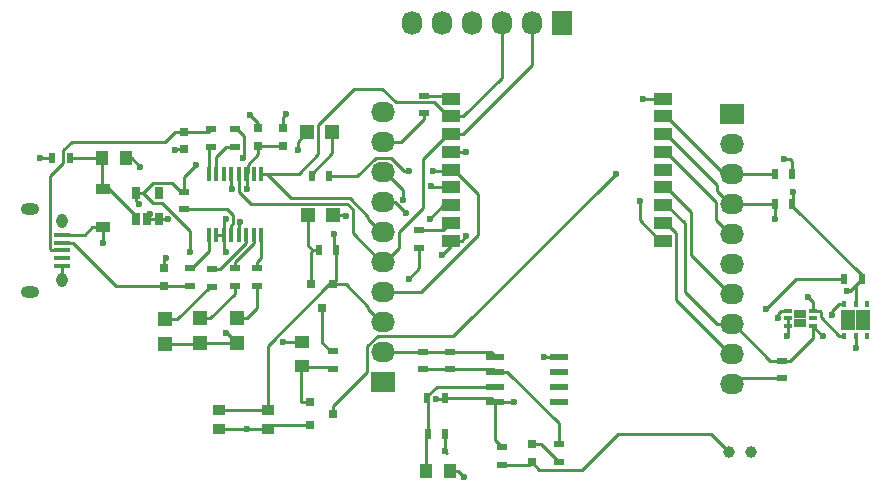
<source format=gbr>
G04 #@! TF.FileFunction,Copper,L1,Top,Signal*
%FSLAX46Y46*%
G04 Gerber Fmt 4.6, Leading zero omitted, Abs format (unit mm)*
G04 Created by KiCad (PCBNEW 4.0.2-4+6225~38~ubuntu15.10.1-stable) date Thu 31 Mar 2016 01:19:07 PM CDT*
%MOMM*%
G01*
G04 APERTURE LIST*
%ADD10C,0.100000*%
%ADD11R,1.500000X1.000000*%
%ADD12R,2.032000X1.727200*%
%ADD13O,2.032000X1.727200*%
%ADD14R,1.220000X0.910000*%
%ADD15R,0.650000X1.060000*%
%ADD16R,1.350000X0.400000*%
%ADD17O,0.950000X1.250000*%
%ADD18O,1.550000X1.000000*%
%ADD19R,0.900000X0.500000*%
%ADD20R,0.750000X0.800000*%
%ADD21R,1.198880X1.198880*%
%ADD22R,1.727200X2.032000*%
%ADD23O,1.727200X2.032000*%
%ADD24R,0.800100X0.800100*%
%ADD25R,0.500000X0.900000*%
%ADD26R,1.000000X0.900000*%
%ADD27R,1.550000X0.600000*%
%ADD28C,1.000000*%
%ADD29R,0.400000X1.200000*%
%ADD30R,0.650000X0.350000*%
%ADD31R,1.000000X0.800000*%
%ADD32R,0.450000X0.630000*%
%ADD33R,1.300000X0.850000*%
%ADD34R,1.250000X1.000000*%
%ADD35R,1.000000X1.250000*%
%ADD36C,0.600000*%
%ADD37C,0.250000*%
G04 APERTURE END LIST*
D10*
D11*
X159275000Y-65650000D03*
X159275000Y-67150000D03*
X159275000Y-68650000D03*
X159275000Y-64150000D03*
X159275000Y-62650000D03*
X159275000Y-61150000D03*
X159275000Y-56650000D03*
X159275000Y-58150000D03*
X159275000Y-59650000D03*
X177275000Y-59650000D03*
X177275000Y-58150000D03*
X177275000Y-56650000D03*
X177275000Y-61150000D03*
X177275000Y-62650000D03*
X177275000Y-64150000D03*
X177275000Y-68650000D03*
X177275000Y-67150000D03*
X177275000Y-65650000D03*
D12*
X153550000Y-80610000D03*
D13*
X153550000Y-78070000D03*
X153550000Y-75530000D03*
X153550000Y-72990000D03*
X153550000Y-70450000D03*
X153550000Y-67910000D03*
X153550000Y-65370000D03*
X153550000Y-62830000D03*
X153550000Y-60290000D03*
X153550000Y-57750000D03*
D14*
X129794000Y-64262000D03*
X129794000Y-67532000D03*
D15*
X132636000Y-66809000D03*
X133586000Y-66809000D03*
X134536000Y-66809000D03*
X134536000Y-64609000D03*
X132636000Y-64609000D03*
D16*
X126380000Y-68170000D03*
X126380000Y-68820000D03*
X126380000Y-69470000D03*
X126380000Y-70120000D03*
X126380000Y-70770000D03*
D17*
X126380000Y-66970000D03*
X126380000Y-71970000D03*
D18*
X123680000Y-65970000D03*
X123680000Y-72970000D03*
D19*
X156880000Y-78060000D03*
X156880000Y-79560000D03*
D20*
X166116000Y-85900000D03*
X166116000Y-87400000D03*
X135007390Y-72475558D03*
X135007390Y-70975558D03*
X136652000Y-59436000D03*
X136652000Y-60936000D03*
D21*
X149323040Y-66450000D03*
X147225000Y-66450000D03*
X138075000Y-77349020D03*
X138075000Y-75250980D03*
X135050000Y-77423040D03*
X135050000Y-75325000D03*
X147126960Y-59450000D03*
X149225000Y-59450000D03*
X141175000Y-77323040D03*
X141175000Y-75225000D03*
D19*
X136652000Y-64516000D03*
X136652000Y-66016000D03*
D22*
X168650000Y-50250000D03*
D23*
X166110000Y-50250000D03*
X163570000Y-50250000D03*
X161030000Y-50250000D03*
X158490000Y-50250000D03*
X155950000Y-50250000D03*
D12*
X183100000Y-57975000D03*
D13*
X183100000Y-60515000D03*
X183100000Y-63055000D03*
X183100000Y-65595000D03*
X183100000Y-68135000D03*
X183100000Y-70675000D03*
X183100000Y-73215000D03*
X183100000Y-75755000D03*
X183100000Y-78295000D03*
X183100000Y-80835000D03*
D24*
X147335240Y-82362000D03*
X147335240Y-84262000D03*
X149334220Y-83312000D03*
X149325000Y-72350000D03*
X147425000Y-72350000D03*
X148375000Y-74348980D03*
D25*
X148075000Y-69475000D03*
X149575000Y-69475000D03*
D19*
X137157390Y-70975558D03*
X137157390Y-72475558D03*
D25*
X127050000Y-61700000D03*
X125550000Y-61700000D03*
D19*
X138938000Y-60706000D03*
X138938000Y-59206000D03*
D25*
X194056000Y-71882000D03*
X192556000Y-71882000D03*
D19*
X149280000Y-77990000D03*
X149280000Y-79490000D03*
X159190000Y-79560000D03*
X159190000Y-78060000D03*
D25*
X147500000Y-63200000D03*
X149000000Y-63200000D03*
X157320000Y-85000000D03*
X158820000Y-85000000D03*
D19*
X168402000Y-87400000D03*
X168402000Y-85900000D03*
X163576000Y-86154000D03*
X163576000Y-87654000D03*
D25*
X158790000Y-82000000D03*
X157290000Y-82000000D03*
X186690000Y-62992000D03*
X188190000Y-62992000D03*
D19*
X141007390Y-72475558D03*
X141007390Y-70975558D03*
X139057390Y-72575558D03*
X139057390Y-71075558D03*
X140970000Y-59206000D03*
X140970000Y-60706000D03*
X142907390Y-72475558D03*
X142907390Y-70975558D03*
D25*
X186690000Y-65532000D03*
X188190000Y-65532000D03*
D19*
X187325000Y-78825000D03*
X187325000Y-80325000D03*
D26*
X139660000Y-82970000D03*
X139660000Y-84570000D03*
X143760000Y-82970000D03*
X143760000Y-84570000D03*
D27*
X163002000Y-78486000D03*
X163002000Y-79756000D03*
X163002000Y-81026000D03*
X163002000Y-82296000D03*
X168402000Y-82296000D03*
X168402000Y-81026000D03*
X168402000Y-79756000D03*
X168402000Y-78486000D03*
D28*
X184700000Y-86550000D03*
X182800000Y-86550000D03*
D29*
X143225000Y-63025000D03*
X142590000Y-63025000D03*
X141955000Y-63025000D03*
X141320000Y-63025000D03*
X140685000Y-63025000D03*
X140050000Y-63025000D03*
X139415000Y-63025000D03*
X138780000Y-63025000D03*
X138780000Y-68225000D03*
X139415000Y-68225000D03*
X140050000Y-68225000D03*
X140685000Y-68225000D03*
X141320000Y-68225000D03*
X141955000Y-68225000D03*
X142590000Y-68225000D03*
X143225000Y-68225000D03*
D30*
X187825000Y-74600000D03*
X187825000Y-75250000D03*
X187825000Y-75900000D03*
X189925000Y-75900000D03*
X189925000Y-75250000D03*
X189925000Y-74600000D03*
D31*
X188875000Y-75650000D03*
X188875000Y-74850000D03*
D32*
X192598000Y-76695000D03*
X193548000Y-76695000D03*
X194498000Y-76695000D03*
X194498000Y-74015000D03*
X193548000Y-74015000D03*
X192598000Y-74015000D03*
D33*
X194198000Y-74930000D03*
X192898000Y-74930000D03*
X194198000Y-75780000D03*
X192898000Y-75780000D03*
D19*
X156575000Y-69300000D03*
X156575000Y-67800000D03*
X156972000Y-57888000D03*
X156972000Y-56388000D03*
D34*
X146650000Y-79250000D03*
X146650000Y-77250000D03*
D35*
X129750000Y-61650000D03*
X131750000Y-61650000D03*
D20*
X145050000Y-60650000D03*
X145050000Y-59150000D03*
X142950000Y-60650000D03*
X142950000Y-59150000D03*
D35*
X157200000Y-88200000D03*
X159200000Y-88200000D03*
D36*
X160350000Y-88650000D03*
X160550000Y-61150000D03*
X160600000Y-68250000D03*
X158500000Y-69900000D03*
X145350000Y-57900000D03*
X142300000Y-58050000D03*
X124500000Y-61650000D03*
X133000000Y-62400000D03*
X145100000Y-77250000D03*
X193548000Y-77724000D03*
X187706000Y-76708000D03*
X167132000Y-78486000D03*
X175514000Y-56642000D03*
X133793278Y-66447444D03*
X135325543Y-66858457D03*
X141458022Y-67056000D03*
X141986000Y-84582000D03*
X140716000Y-64262000D03*
X135890000Y-60960000D03*
X135128000Y-70104000D03*
X158820000Y-86500000D03*
X157480000Y-66802000D03*
X141700000Y-61700000D03*
X157597020Y-64008000D03*
X149352000Y-68072000D03*
X129794000Y-68834000D03*
X155254956Y-65217044D03*
X185928000Y-74422000D03*
X155702000Y-71882000D03*
X190754000Y-76708000D03*
X191516000Y-74930000D03*
X155448000Y-66294000D03*
X186690000Y-66802000D03*
X189484000Y-73406000D03*
X157734000Y-62738000D03*
X155702000Y-62738000D03*
X192786000Y-72898000D03*
X186944000Y-75184000D03*
X188214000Y-64516000D03*
X175260000Y-65278000D03*
X132842000Y-65532000D03*
X158040002Y-82042000D03*
X137160000Y-69596000D03*
X150368000Y-66548000D03*
X146304000Y-60960000D03*
X137668000Y-62230000D03*
X164592000Y-82296000D03*
X141986000Y-64262000D03*
X140208000Y-66802000D03*
X140208000Y-76454000D03*
X140208000Y-69596000D03*
X187452000Y-61722000D03*
X173228000Y-62992000D03*
D37*
X127050000Y-61700000D02*
X129700000Y-61700000D01*
X129700000Y-61700000D02*
X129750000Y-61650000D01*
X129750000Y-61650000D02*
X129750000Y-64218000D01*
X129750000Y-64218000D02*
X129794000Y-64262000D01*
X129794000Y-64262000D02*
X130294000Y-64262000D01*
X132636000Y-66604000D02*
X132636000Y-66809000D01*
X130294000Y-64262000D02*
X132636000Y-66604000D01*
X159200000Y-88200000D02*
X159900000Y-88200000D01*
X159900000Y-88200000D02*
X160350000Y-88650000D01*
X159275000Y-61150000D02*
X160550000Y-61150000D01*
X159275000Y-68650000D02*
X160200000Y-68650000D01*
X160200000Y-68650000D02*
X160600000Y-68250000D01*
X159275000Y-68650000D02*
X159275000Y-69125000D01*
X159275000Y-69125000D02*
X158500000Y-69900000D01*
X145050000Y-59150000D02*
X145050000Y-58200000D01*
X145050000Y-58200000D02*
X145350000Y-57900000D01*
X142950000Y-59150000D02*
X142950000Y-58700000D01*
X142950000Y-58700000D02*
X142300000Y-58050000D01*
X125550000Y-61700000D02*
X124550000Y-61700000D01*
X124550000Y-61700000D02*
X124500000Y-61650000D01*
X131750000Y-61650000D02*
X132250000Y-61650000D01*
X132250000Y-61650000D02*
X133000000Y-62400000D01*
X146650000Y-77250000D02*
X145100000Y-77250000D01*
X126380000Y-70770000D02*
X126380000Y-71970000D01*
X193548000Y-76695000D02*
X193548000Y-77724000D01*
X147335240Y-84262000D02*
X144068000Y-84262000D01*
X144068000Y-84262000D02*
X143760000Y-84570000D01*
X187825000Y-75900000D02*
X187825000Y-76589000D01*
X187825000Y-76589000D02*
X187706000Y-76708000D01*
X187825000Y-75250000D02*
X187825000Y-75900000D01*
X168402000Y-78486000D02*
X167132000Y-78486000D01*
X177275000Y-56650000D02*
X175522000Y-56650000D01*
X175522000Y-56650000D02*
X175514000Y-56642000D01*
X133604000Y-66791000D02*
X133604000Y-66636722D01*
X134536000Y-66809000D02*
X135276086Y-66809000D01*
X133604000Y-66636722D02*
X133793278Y-66447444D01*
X133586000Y-66809000D02*
X133604000Y-66791000D01*
X135276086Y-66809000D02*
X135325543Y-66858457D01*
X141320000Y-67194022D02*
X141458022Y-67056000D01*
X141320000Y-68225000D02*
X141320000Y-67194022D01*
X133586000Y-66809000D02*
X134536000Y-66809000D01*
X139660000Y-84570000D02*
X141974000Y-84570000D01*
X141974000Y-84570000D02*
X141986000Y-84582000D01*
X143760000Y-84570000D02*
X141998000Y-84570000D01*
X141998000Y-84570000D02*
X141986000Y-84582000D01*
X140685000Y-63025000D02*
X140685000Y-64231000D01*
X140685000Y-64231000D02*
X140716000Y-64262000D01*
X136652000Y-60936000D02*
X135914000Y-60936000D01*
X135914000Y-60936000D02*
X135890000Y-60960000D01*
X135007390Y-70975558D02*
X135007390Y-70224610D01*
X135007390Y-70224610D02*
X135128000Y-70104000D01*
X158930000Y-86610000D02*
X158820000Y-86500000D01*
X158820000Y-85000000D02*
X158820000Y-86500000D01*
X157480000Y-66802000D02*
X158632000Y-65650000D01*
X158632000Y-65650000D02*
X159275000Y-65650000D01*
X163002000Y-78486000D02*
X163002000Y-78417000D01*
X162645000Y-78060000D02*
X159190000Y-78060000D01*
X163002000Y-78417000D02*
X162645000Y-78060000D01*
X153550000Y-78070000D02*
X156870000Y-78070000D01*
X156870000Y-78070000D02*
X156880000Y-78060000D01*
X156880000Y-78060000D02*
X159190000Y-78060000D01*
X163002000Y-79756000D02*
X164027000Y-79756000D01*
X164027000Y-79756000D02*
X168402000Y-84131000D01*
X168402000Y-84131000D02*
X168402000Y-85400000D01*
X168402000Y-85400000D02*
X168402000Y-85900000D01*
X159190000Y-79560000D02*
X162806000Y-79560000D01*
X162806000Y-79560000D02*
X163002000Y-79756000D01*
X156880000Y-79560000D02*
X159190000Y-79560000D01*
X157200000Y-88200000D02*
X157200000Y-85120000D01*
X157200000Y-85120000D02*
X157320000Y-85000000D01*
X163002000Y-81026000D02*
X158064000Y-81026000D01*
X157290000Y-81800000D02*
X157290000Y-82000000D01*
X158064000Y-81026000D02*
X157290000Y-81800000D01*
X157320000Y-82160000D02*
X157290000Y-82130000D01*
X157290000Y-82130000D02*
X157290000Y-82000000D01*
X157320000Y-85000000D02*
X157320000Y-82160000D01*
X157430000Y-85110000D02*
X157320000Y-85000000D01*
X166116000Y-85900000D02*
X166902000Y-85900000D01*
X166902000Y-85900000D02*
X168402000Y-87400000D01*
X166116000Y-87400000D02*
X166116000Y-87425000D01*
X166116000Y-87425000D02*
X166741000Y-88050000D01*
X166741000Y-88050000D02*
X170400000Y-88050000D01*
X170400000Y-88050000D02*
X173400000Y-85050000D01*
X173400000Y-85050000D02*
X181300000Y-85050000D01*
X181300000Y-85050000D02*
X182800000Y-86550000D01*
X163576000Y-87654000D02*
X165862000Y-87654000D01*
X165862000Y-87654000D02*
X166116000Y-87400000D01*
X140970000Y-59206000D02*
X141170000Y-59206000D01*
X141170000Y-59206000D02*
X141745001Y-59781001D01*
X141745001Y-59781001D02*
X141745001Y-61654999D01*
X141745001Y-61654999D02*
X141700000Y-61700000D01*
X140970000Y-59206000D02*
X141256000Y-59206000D01*
X139660000Y-82970000D02*
X140410000Y-82970000D01*
X140410000Y-82970000D02*
X143760000Y-82970000D01*
X159275000Y-64150000D02*
X157739020Y-64150000D01*
X157739020Y-64150000D02*
X157597020Y-64008000D01*
X149352000Y-68072000D02*
X149352000Y-69252000D01*
X149352000Y-69252000D02*
X149575000Y-69475000D01*
X149325000Y-72350000D02*
X150370000Y-72350000D01*
X150370000Y-72350000D02*
X152284000Y-74264000D01*
X152284000Y-74264000D02*
X152284000Y-74416400D01*
X152284000Y-74416400D02*
X153397600Y-75530000D01*
X153397600Y-75530000D02*
X153550000Y-75530000D01*
X149575000Y-69475000D02*
X149575000Y-72100000D01*
X149575000Y-72100000D02*
X149325000Y-72350000D01*
X143760000Y-82970000D02*
X143760000Y-77578878D01*
X143760000Y-77578878D02*
X148988878Y-72350000D01*
X148988878Y-72350000D02*
X149325000Y-72350000D01*
X159275000Y-58150000D02*
X159025000Y-58150000D01*
X159025000Y-58150000D02*
X157838001Y-56963001D01*
X153446347Y-55812999D02*
X151078119Y-55812999D01*
X157838001Y-56963001D02*
X154596349Y-56963001D01*
X154596349Y-56963001D02*
X153446347Y-55812999D01*
X143675000Y-63025000D02*
X146389998Y-63025000D01*
X146389998Y-63025000D02*
X148051401Y-61363597D01*
X148051401Y-61363597D02*
X148051401Y-58839717D01*
X148051401Y-58839717D02*
X151078119Y-55812999D01*
X163570000Y-50250000D02*
X163570000Y-54855000D01*
X163570000Y-54855000D02*
X160275000Y-58150000D01*
X160275000Y-58150000D02*
X159275000Y-58150000D01*
X143675000Y-63025000D02*
X143225000Y-63025000D01*
X152284000Y-66796400D02*
X153397600Y-67910000D01*
X145725548Y-65075548D02*
X150715548Y-65075548D01*
X150715548Y-65075548D02*
X152284000Y-66644000D01*
X143675000Y-63025000D02*
X145725548Y-65075548D01*
X152284000Y-66644000D02*
X152284000Y-66796400D01*
X153397600Y-67910000D02*
X153550000Y-67910000D01*
X159275000Y-59650000D02*
X159025000Y-59650000D01*
X156952021Y-61722979D02*
X156952021Y-65857518D01*
X154891010Y-69261390D02*
X153702400Y-70450000D01*
X159025000Y-59650000D02*
X156952021Y-61722979D01*
X156952021Y-65857518D02*
X154891010Y-67918529D01*
X154891010Y-67918529D02*
X154891010Y-69261390D01*
X153702400Y-70450000D02*
X153550000Y-70450000D01*
X159275000Y-59650000D02*
X160275000Y-59650000D01*
X160275000Y-59650000D02*
X166110000Y-53815000D01*
X166110000Y-53815000D02*
X166110000Y-51516000D01*
X166110000Y-51516000D02*
X166110000Y-50250000D01*
X150524563Y-65525559D02*
X142324557Y-65525559D01*
X141360999Y-64562001D02*
X141360999Y-63915999D01*
X150993002Y-68045402D02*
X150993002Y-65993998D01*
X153550000Y-70450000D02*
X153397600Y-70450000D01*
X141360999Y-63915999D02*
X141320000Y-63875000D01*
X150993002Y-65993998D02*
X150524563Y-65525559D01*
X141320000Y-63875000D02*
X141320000Y-63025000D01*
X153397600Y-70450000D02*
X150993002Y-68045402D01*
X142324557Y-65525559D02*
X141360999Y-64562001D01*
X129794000Y-67532000D02*
X129794000Y-68834000D01*
X155254956Y-64792780D02*
X155254956Y-65217044D01*
X155254956Y-64382556D02*
X155254956Y-64792780D01*
X153702400Y-62830000D02*
X155254956Y-64382556D01*
X153550000Y-62830000D02*
X153702400Y-62830000D01*
X129794000Y-67532000D02*
X128934000Y-67532000D01*
X127305000Y-68170000D02*
X126380000Y-68170000D01*
X128934000Y-67532000D02*
X128296000Y-68170000D01*
X128296000Y-68170000D02*
X127305000Y-68170000D01*
X126380000Y-68170000D02*
X126855000Y-68170000D01*
X139057390Y-72575558D02*
X138857390Y-72575558D01*
X138857390Y-72575558D02*
X136107948Y-75325000D01*
X136107948Y-75325000D02*
X135899440Y-75325000D01*
X135899440Y-75325000D02*
X135050000Y-75325000D01*
X147500000Y-63000000D02*
X149225000Y-61275000D01*
X149225000Y-60299440D02*
X149225000Y-59450000D01*
X147500000Y-63200000D02*
X147500000Y-63000000D01*
X149225000Y-61275000D02*
X149225000Y-60299440D01*
X192556000Y-71882000D02*
X188468000Y-71882000D01*
X188468000Y-71882000D02*
X185928000Y-74422000D01*
X183100000Y-78295000D02*
X182947600Y-78295000D01*
X182947600Y-78295000D02*
X178350001Y-73697401D01*
X178350001Y-73697401D02*
X178350001Y-67975001D01*
X178350001Y-67975001D02*
X177525000Y-67150000D01*
X177525000Y-67150000D02*
X177275000Y-67150000D01*
X155702000Y-71882000D02*
X156575000Y-71009000D01*
X156575000Y-71009000D02*
X156575000Y-69300000D01*
X187325000Y-78825000D02*
X188025000Y-78825000D01*
X188025000Y-78825000D02*
X189925000Y-76925000D01*
X189925000Y-76925000D02*
X189925000Y-76325000D01*
X189925000Y-76325000D02*
X189925000Y-75900000D01*
X183100000Y-75755000D02*
X183252400Y-75755000D01*
X183252400Y-75755000D02*
X186322400Y-78825000D01*
X186322400Y-78825000D02*
X186625000Y-78825000D01*
X186625000Y-78825000D02*
X187325000Y-78825000D01*
X190754000Y-76708000D02*
X190733000Y-76708000D01*
X190733000Y-76708000D02*
X189925000Y-75900000D01*
X192598000Y-74015000D02*
X192123000Y-74015000D01*
X192123000Y-74015000D02*
X191516000Y-74622000D01*
X191516000Y-74622000D02*
X191516000Y-74930000D01*
X187325000Y-78825000D02*
X187525000Y-78825000D01*
X179070000Y-72991000D02*
X179070000Y-67195000D01*
X179070000Y-67195000D02*
X177525000Y-65650000D01*
X177525000Y-65650000D02*
X177275000Y-65650000D01*
X183100000Y-75755000D02*
X181834000Y-75755000D01*
X181834000Y-75755000D02*
X179070000Y-72991000D01*
X179578000Y-69845400D02*
X179578000Y-66203000D01*
X179578000Y-66203000D02*
X177525000Y-64150000D01*
X177525000Y-64150000D02*
X177275000Y-64150000D01*
X183100000Y-73215000D02*
X182947600Y-73215000D01*
X182947600Y-73215000D02*
X179578000Y-69845400D01*
X154524000Y-65370000D02*
X155448000Y-66294000D01*
X153550000Y-65370000D02*
X154524000Y-65370000D01*
X177275000Y-61150000D02*
X177525000Y-61150000D01*
X177525000Y-61150000D02*
X181758990Y-65383990D01*
X182947600Y-68135000D02*
X183100000Y-68135000D01*
X181758990Y-65383990D02*
X181758990Y-66946390D01*
X181758990Y-66946390D02*
X182947600Y-68135000D01*
X177465000Y-60960000D02*
X177275000Y-61150000D01*
X186690000Y-66802000D02*
X186690000Y-65532000D01*
X189925000Y-74600000D02*
X189925000Y-73847000D01*
X189925000Y-73847000D02*
X189484000Y-73406000D01*
X192598000Y-76695000D02*
X192123000Y-76695000D01*
X192123000Y-76695000D02*
X190575001Y-75147001D01*
X190575001Y-75147001D02*
X190575001Y-74675001D01*
X190575001Y-74675001D02*
X190500000Y-74600000D01*
X190500000Y-74600000D02*
X189925000Y-74600000D01*
X177275000Y-59650000D02*
X177525000Y-59650000D01*
X177525000Y-59650000D02*
X181834000Y-63959000D01*
X181834000Y-63959000D02*
X181834000Y-64481400D01*
X181834000Y-64481400D02*
X182947600Y-65595000D01*
X182947600Y-65595000D02*
X183100000Y-65595000D01*
X183100000Y-65595000D02*
X186627000Y-65595000D01*
X186627000Y-65595000D02*
X186690000Y-65532000D01*
X186690000Y-62992000D02*
X183163000Y-62992000D01*
X183163000Y-62992000D02*
X183100000Y-63055000D01*
X177275000Y-58150000D02*
X177525000Y-58150000D01*
X177525000Y-58150000D02*
X182430000Y-63055000D01*
X182430000Y-63055000D02*
X183100000Y-63055000D01*
X156972000Y-57888000D02*
X156972000Y-58388000D01*
X156972000Y-58388000D02*
X155070000Y-60290000D01*
X155070000Y-60290000D02*
X154816000Y-60290000D01*
X154816000Y-60290000D02*
X153550000Y-60290000D01*
X161575002Y-68185000D02*
X161575002Y-64700002D01*
X153550000Y-72990000D02*
X156770002Y-72990000D01*
X161575002Y-64700002D02*
X159525000Y-62650000D01*
X159525000Y-62650000D02*
X159275000Y-62650000D01*
X156770002Y-72990000D02*
X161575002Y-68185000D01*
X157734000Y-62738000D02*
X159187000Y-62738000D01*
X159187000Y-62738000D02*
X159275000Y-62650000D01*
X149000000Y-63200000D02*
X151346652Y-63200000D01*
X154194738Y-61641390D02*
X155291348Y-62738000D01*
X151346652Y-63200000D02*
X152905262Y-61641390D01*
X152905262Y-61641390D02*
X154194738Y-61641390D01*
X155291348Y-62738000D02*
X155702000Y-62738000D01*
X153702400Y-72990000D02*
X153550000Y-72990000D01*
X153397600Y-72990000D02*
X153550000Y-72990000D01*
X149323040Y-66450000D02*
X150270000Y-66450000D01*
X187325000Y-80325000D02*
X183610000Y-80325000D01*
X183610000Y-80325000D02*
X183100000Y-80835000D01*
X192786000Y-72898000D02*
X193040000Y-72898000D01*
X193040000Y-72898000D02*
X194056000Y-71882000D01*
X187825000Y-74600000D02*
X187250000Y-74600000D01*
X187250000Y-74600000D02*
X186944000Y-74906000D01*
X186944000Y-74906000D02*
X186944000Y-75184000D01*
X194056000Y-71882000D02*
X193548000Y-72390000D01*
X193548000Y-72390000D02*
X193548000Y-74015000D01*
X188214000Y-64516000D02*
X188214000Y-65508000D01*
X188214000Y-65508000D02*
X188190000Y-65532000D01*
X177275000Y-68650000D02*
X177025000Y-68650000D01*
X177025000Y-68650000D02*
X175260000Y-66885000D01*
X175260000Y-66885000D02*
X175260000Y-65278000D01*
X194056000Y-71882000D02*
X194056000Y-71598000D01*
X188190000Y-65732000D02*
X188190000Y-65532000D01*
X194056000Y-71598000D02*
X188190000Y-65732000D01*
X132636000Y-64609000D02*
X132636000Y-65326000D01*
X132636000Y-65326000D02*
X132842000Y-65532000D01*
X158040002Y-82042000D02*
X158748000Y-82042000D01*
X158748000Y-82042000D02*
X158790000Y-82000000D01*
X137160000Y-67809002D02*
X137160000Y-69596000D01*
X134066001Y-65464001D02*
X134814999Y-65464001D01*
X134814999Y-65464001D02*
X137160000Y-67809002D01*
X133211000Y-64609000D02*
X134066001Y-65464001D01*
X150270000Y-66450000D02*
X150368000Y-66548000D01*
X146304000Y-60960000D02*
X146304000Y-60272960D01*
X146304000Y-60272960D02*
X147126960Y-59450000D01*
X136652000Y-64516000D02*
X136652000Y-63246000D01*
X136652000Y-63246000D02*
X137668000Y-62230000D01*
X136652000Y-64516000D02*
X136452000Y-64516000D01*
X134066001Y-63753999D02*
X133211000Y-64609000D01*
X136452000Y-64516000D02*
X135689999Y-63753999D01*
X135689999Y-63753999D02*
X134066001Y-63753999D01*
X133211000Y-64609000D02*
X132636000Y-64609000D01*
X163002000Y-82296000D02*
X164592000Y-82296000D01*
X163002000Y-82296000D02*
X163002000Y-85580000D01*
X163002000Y-85580000D02*
X163576000Y-86154000D01*
X158790000Y-82000000D02*
X162725000Y-82000000D01*
X162725000Y-82000000D02*
X162750000Y-81975000D01*
X126380000Y-68820000D02*
X127305000Y-68820000D01*
X127305000Y-68820000D02*
X130960558Y-72475558D01*
X130960558Y-72475558D02*
X134382390Y-72475558D01*
X134382390Y-72475558D02*
X135007390Y-72475558D01*
X137157390Y-72475558D02*
X135007390Y-72475558D01*
X135100000Y-60300000D02*
X135964000Y-59436000D01*
X135964000Y-59436000D02*
X136652000Y-59436000D01*
X127164998Y-60300000D02*
X135100000Y-60300000D01*
X126380000Y-69470000D02*
X125455000Y-69470000D01*
X125455000Y-69470000D02*
X125379999Y-69394999D01*
X125379999Y-69394999D02*
X125379999Y-63155003D01*
X125379999Y-63155003D02*
X126474999Y-62060003D01*
X126474999Y-60989999D02*
X127164998Y-60300000D01*
X126474999Y-62060003D02*
X126474999Y-60989999D01*
X136652000Y-59436000D02*
X138708000Y-59436000D01*
X138708000Y-59436000D02*
X138938000Y-59206000D01*
X142064999Y-62235001D02*
X142950000Y-61350000D01*
X142950000Y-61350000D02*
X142950000Y-60650000D01*
X141955000Y-63025000D02*
X142064999Y-62915001D01*
X142064999Y-62915001D02*
X142064999Y-62235001D01*
X142950000Y-60650000D02*
X145050000Y-60650000D01*
X141986000Y-64262000D02*
X141986000Y-63056000D01*
X141986000Y-63056000D02*
X141955000Y-63025000D01*
X140050000Y-68225000D02*
X140050000Y-66960000D01*
X140050000Y-66960000D02*
X140208000Y-66802000D01*
X140208000Y-76454000D02*
X140305960Y-76454000D01*
X140305960Y-76454000D02*
X141175000Y-77323040D01*
X140050000Y-68225000D02*
X140050000Y-69438000D01*
X140050000Y-69438000D02*
X140208000Y-69596000D01*
X140050000Y-68225000D02*
X139415000Y-68225000D01*
X138075000Y-77349020D02*
X141149020Y-77349020D01*
X141149020Y-77349020D02*
X141175000Y-77323040D01*
X135050000Y-77423040D02*
X138000980Y-77423040D01*
X138000980Y-77423040D02*
X138075000Y-77349020D01*
X147335240Y-82362000D02*
X146685190Y-82362000D01*
X146685190Y-82362000D02*
X146625000Y-82301810D01*
X146625000Y-82301810D02*
X146625000Y-80025000D01*
X146625000Y-80025000D02*
X146625000Y-79375000D01*
X146625000Y-79375000D02*
X149165000Y-79375000D01*
X149165000Y-79375000D02*
X149280000Y-79490000D01*
X147225000Y-66450000D02*
X147225000Y-69125000D01*
X147225000Y-69125000D02*
X147575000Y-69475000D01*
X147575000Y-69475000D02*
X148075000Y-69475000D01*
X147425000Y-72350000D02*
X147425000Y-69625000D01*
X147425000Y-69625000D02*
X147575000Y-69475000D01*
X141007390Y-72475558D02*
X141007390Y-73168030D01*
X141007390Y-73168030D02*
X138924440Y-75250980D01*
X138924440Y-75250980D02*
X138075000Y-75250980D01*
X142907390Y-72475558D02*
X142907390Y-74342050D01*
X142907390Y-74342050D02*
X142024440Y-75225000D01*
X142024440Y-75225000D02*
X141175000Y-75225000D01*
X187960000Y-61722000D02*
X188190000Y-61952000D01*
X188190000Y-61952000D02*
X188190000Y-62992000D01*
X187452000Y-61722000D02*
X187960000Y-61722000D01*
X149334220Y-83312000D02*
X149334220Y-82661950D01*
X152208990Y-79787180D02*
X152208990Y-77577662D01*
X149334220Y-82661950D02*
X152208990Y-79787180D01*
X153068042Y-76718610D02*
X159501390Y-76718610D01*
X152208990Y-77577662D02*
X153068042Y-76718610D01*
X159501390Y-76718610D02*
X173228000Y-62992000D01*
X148375000Y-74348980D02*
X148375000Y-77285000D01*
X148375000Y-77285000D02*
X149080000Y-77990000D01*
X149080000Y-77990000D02*
X149280000Y-77990000D01*
X137157390Y-70975558D02*
X137357390Y-70975558D01*
X137357390Y-70975558D02*
X138780000Y-69552948D01*
X138780000Y-69552948D02*
X138780000Y-69075000D01*
X138780000Y-69075000D02*
X138780000Y-68225000D01*
X138938000Y-60706000D02*
X138780000Y-60864000D01*
X138780000Y-60864000D02*
X138780000Y-63025000D01*
X141007390Y-70975558D02*
X141007390Y-70475558D01*
X141007390Y-70475558D02*
X142590000Y-68892948D01*
X142590000Y-68892948D02*
X142590000Y-68225000D01*
X139057390Y-71075558D02*
X139744442Y-71075558D01*
X139744442Y-71075558D02*
X141955000Y-68865000D01*
X141955000Y-68865000D02*
X141955000Y-68225000D01*
X140970000Y-60706000D02*
X140270000Y-60706000D01*
X140270000Y-60706000D02*
X139415000Y-61561000D01*
X139415000Y-61561000D02*
X139415000Y-62175000D01*
X139415000Y-62175000D02*
X139415000Y-63025000D01*
X142907390Y-70975558D02*
X142907390Y-70475558D01*
X142907390Y-70475558D02*
X143225000Y-70157948D01*
X143225000Y-70157948D02*
X143225000Y-69075000D01*
X143225000Y-69075000D02*
X143225000Y-68225000D01*
X140685000Y-67375000D02*
X140685000Y-68225000D01*
X140833002Y-67226998D02*
X140685000Y-67375000D01*
X140833002Y-66501998D02*
X140833002Y-67226998D01*
X140347004Y-66016000D02*
X140833002Y-66501998D01*
X136652000Y-66016000D02*
X140347004Y-66016000D01*
X156575000Y-67800000D02*
X158625000Y-67800000D01*
X158625000Y-67800000D02*
X159275000Y-67150000D01*
X156972000Y-56388000D02*
X159013000Y-56388000D01*
X159013000Y-56388000D02*
X159275000Y-56650000D01*
M02*

</source>
